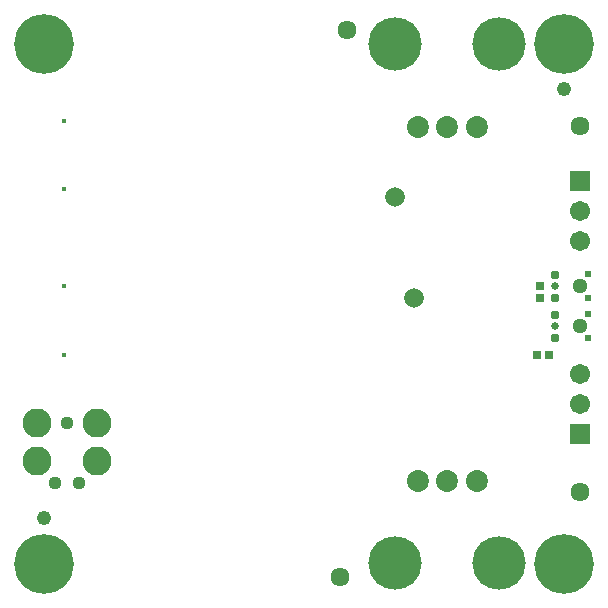
<source format=gbr>
%TF.GenerationSoftware,Altium Limited,Altium Designer,24.2.2 (26)*%
G04 Layer_Color=16711935*
%FSLAX45Y45*%
%MOMM*%
%TF.SameCoordinates,9421A899-AC1A-4384-8821-8213F9677E77*%
%TF.FilePolarity,Negative*%
%TF.FileFunction,Soldermask,Bot*%
%TF.Part,Single*%
G01*
G75*
%TA.AperFunction,SMDPad,CuDef*%
G04:AMPARAMS|DCode=75|XSize=0.66mm|YSize=0.76mm|CornerRadius=0.105mm|HoleSize=0mm|Usage=FLASHONLY|Rotation=0.000|XOffset=0mm|YOffset=0mm|HoleType=Round|Shape=RoundedRectangle|*
%AMROUNDEDRECTD75*
21,1,0.66000,0.55000,0,0,0.0*
21,1,0.45000,0.76000,0,0,0.0*
1,1,0.21000,0.22500,-0.27500*
1,1,0.21000,-0.22500,-0.27500*
1,1,0.21000,-0.22500,0.27500*
1,1,0.21000,0.22500,0.27500*
%
%ADD75ROUNDEDRECTD75*%
G04:AMPARAMS|DCode=77|XSize=0.66mm|YSize=0.76mm|CornerRadius=0.105mm|HoleSize=0mm|Usage=FLASHONLY|Rotation=90.000|XOffset=0mm|YOffset=0mm|HoleType=Round|Shape=RoundedRectangle|*
%AMROUNDEDRECTD77*
21,1,0.66000,0.55000,0,0,90.0*
21,1,0.45000,0.76000,0,0,90.0*
1,1,0.21000,0.27500,0.22500*
1,1,0.21000,0.27500,-0.22500*
1,1,0.21000,-0.27500,-0.22500*
1,1,0.21000,-0.27500,0.22500*
%
%ADD77ROUNDEDRECTD77*%
%TA.AperFunction,ComponentPad*%
%ADD96C,0.70000*%
%ADD97C,1.66000*%
%ADD98C,1.61000*%
%ADD99C,2.46000*%
%ADD100C,1.12700*%
%ADD101C,4.52000*%
%ADD102C,1.86000*%
%TA.AperFunction,WasherPad*%
%ADD103C,1.21200*%
%TA.AperFunction,ComponentPad*%
%ADD104C,0.38500*%
%TA.AperFunction,ViaPad*%
%ADD105C,5.06000*%
%TA.AperFunction,ComponentPad*%
%ADD106C,1.71000*%
%ADD107R,1.71000X1.71000*%
%TA.AperFunction,SMDPad,CuDef*%
%ADD108C,1.28400*%
%ADD109C,0.78300*%
%ADD110C,0.67200*%
%ADD111C,0.62200*%
D75*
X10152016Y7937880D02*
D03*
X10252016D02*
D03*
D77*
X10170401Y8420485D02*
D03*
Y8520485D02*
D03*
D96*
X10514429Y8516600D02*
D03*
X10514400Y8176575D02*
D03*
D97*
X9104700Y8413055D02*
D03*
X8944699Y9273034D02*
D03*
D98*
X8479430Y6052147D02*
D03*
X8543039Y10685354D02*
D03*
X10511400Y6770479D02*
D03*
Y9869500D02*
D03*
D99*
X5918854Y7037825D02*
D03*
Y7355325D02*
D03*
X6426854D02*
D03*
Y7037825D02*
D03*
D100*
X6172854Y7355325D02*
D03*
X6274454Y6847325D02*
D03*
X6071254D02*
D03*
D101*
X8948100Y6169667D02*
D03*
X9828100D02*
D03*
X9828064Y10565333D02*
D03*
X8948064D02*
D03*
D102*
X9138100Y6869667D02*
D03*
X9388100D02*
D03*
X9638100D02*
D03*
X9638064Y9865333D02*
D03*
X9388064D02*
D03*
X9138064D02*
D03*
D103*
X5977500Y6552500D02*
D03*
X10377500Y10185000D02*
D03*
D104*
X6144237Y9918454D02*
D03*
Y9340455D02*
D03*
X6144200Y7937954D02*
D03*
Y8515954D02*
D03*
D105*
X10377500Y6167500D02*
D03*
Y10567500D02*
D03*
X5977500Y6167500D02*
D03*
X5977500Y10567500D02*
D03*
D106*
X10511400Y7773459D02*
D03*
Y7519459D02*
D03*
X10511399Y8899041D02*
D03*
Y9153041D02*
D03*
D107*
X10511400Y7265459D02*
D03*
X10511399Y9407041D02*
D03*
D108*
X10514400Y8176575D02*
D03*
X10514429Y8516600D02*
D03*
D109*
X10304100Y8273175D02*
D03*
Y8079975D02*
D03*
X10304129Y8613200D02*
D03*
Y8420000D02*
D03*
D110*
X10304100Y8176575D02*
D03*
X10304129Y8516600D02*
D03*
D111*
X10577800Y8075076D02*
D03*
Y8278075D02*
D03*
X10577829Y8415100D02*
D03*
Y8618100D02*
D03*
%TF.MD5,e8cb281b6647fc282a552a3c2fa7e3c3*%
M02*

</source>
